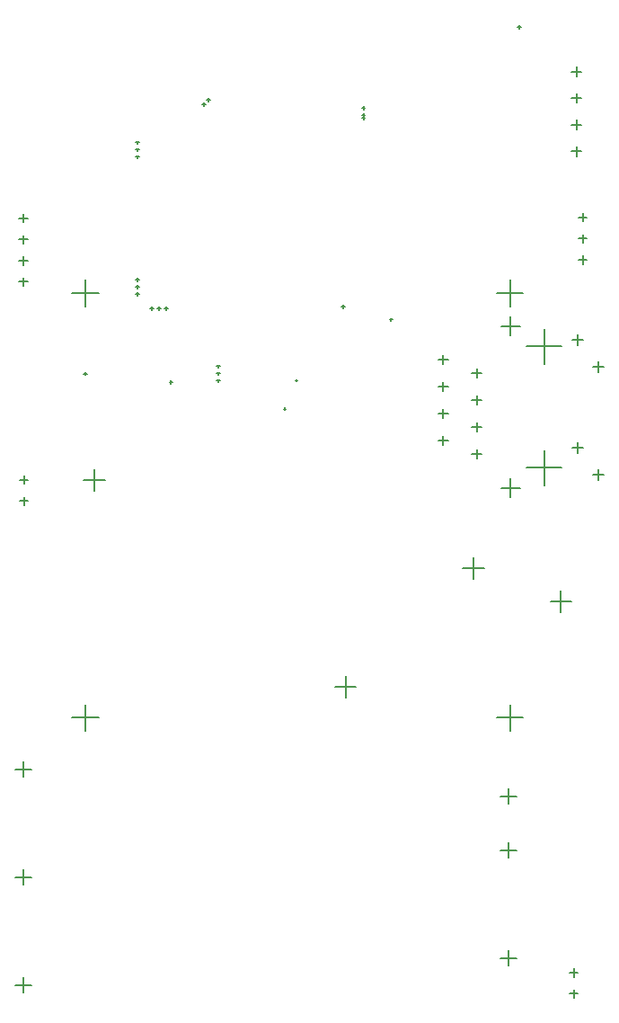
<source format=gbr>
%TF.GenerationSoftware,Altium Limited,Altium Designer,20.1.12 (249)*%
G04 Layer_Color=128*
%FSLAX45Y45*%
%MOMM*%
%TF.SameCoordinates,0418086A-757F-42B6-A3B9-695331E80F4B*%
%TF.FilePolarity,Positive*%
%TF.FileFunction,Drillmap*%
%TF.Part,Single*%
G01*
G75*
%TA.AperFunction,NonConductor*%
%ADD138C,0.12700*%
D138*
X372501Y7504999D02*
X452501D01*
X412501Y7464999D02*
Y7544999D01*
X372501Y7704999D02*
X452501D01*
X412501Y7664999D02*
Y7744998D01*
X372501Y7304999D02*
X452501D01*
X412501Y7264999D02*
Y7344999D01*
X372501Y7105000D02*
X452501D01*
X412501Y7065000D02*
Y7145000D01*
X5559999Y599999D02*
X5639999D01*
X5599999Y559999D02*
Y639999D01*
X5559999Y399999D02*
X5639999D01*
X5599999Y359999D02*
Y439999D01*
X5645003Y7712502D02*
X5725003D01*
X5685003Y7672502D02*
Y7752502D01*
X5645003Y7312497D02*
X5725003D01*
X5685003Y7272498D02*
Y7352497D01*
X5645003Y7512502D02*
X5725003D01*
X5685003Y7472502D02*
Y7552502D01*
X4875000Y2999999D02*
X5125000D01*
X5000000Y2874999D02*
Y3124999D01*
X874998Y2999999D02*
X1124998D01*
X999998Y2874999D02*
Y3124999D01*
X4875000Y7000001D02*
X5125000D01*
X5000000Y6875001D02*
Y7125001D01*
X874998Y7000001D02*
X1124998D01*
X999998Y6875001D02*
Y7125001D01*
X4915309Y6689400D02*
X5095309D01*
X5005309Y6599400D02*
Y6779400D01*
X4915309Y5165400D02*
X5095309D01*
X5005309Y5075400D02*
Y5255400D01*
X4642809Y5736900D02*
X4732809D01*
X4687809Y5691900D02*
Y5781900D01*
X4325309Y6117900D02*
X4415309D01*
X4370309Y6072900D02*
Y6162900D01*
X379999Y5040000D02*
X459999D01*
X419999Y5000000D02*
Y5080000D01*
X379999Y5240000D02*
X459999D01*
X419999Y5200000D02*
Y5280000D01*
X5582502Y8585002D02*
X5672502D01*
X5627502Y8540002D02*
Y8630002D01*
X5582502Y8834999D02*
X5672502D01*
X5627502Y8789999D02*
Y8879999D01*
X5582502Y9085001D02*
X5672502D01*
X5627502Y9040001D02*
Y9130001D01*
X5582502Y8335000D02*
X5672502D01*
X5627502Y8290000D02*
Y8380000D01*
X4325309Y6371900D02*
X4415309D01*
X4370309Y6326900D02*
Y6416900D01*
X4642809Y5482900D02*
X4732809D01*
X4687809Y5437900D02*
Y5527900D01*
X4642809Y6244900D02*
X4732809D01*
X4687809Y6199900D02*
Y6289900D01*
X4325309Y5609900D02*
X4415309D01*
X4370309Y5564900D02*
Y5654900D01*
X4325309Y5863900D02*
X4415309D01*
X4370309Y5818900D02*
Y5908900D01*
X4642809Y5990900D02*
X4732809D01*
X4687809Y5945900D02*
Y6035900D01*
X5157809Y5355900D02*
X5487809D01*
X5322809Y5190900D02*
Y5520900D01*
X5157809Y6498900D02*
X5487809D01*
X5322809Y6333900D02*
Y6663900D01*
X5589309Y5546400D02*
X5691309D01*
X5640309Y5495400D02*
Y5597400D01*
X5589309Y6562400D02*
X5691309D01*
X5640309Y6511400D02*
Y6613400D01*
X5779809Y5292400D02*
X5881809D01*
X5830809Y5241400D02*
Y5343400D01*
X5779809Y6308400D02*
X5881809D01*
X5830809Y6257400D02*
Y6359400D01*
X339000Y2516002D02*
X489000D01*
X414000Y2441002D02*
Y2591002D01*
X339000Y484002D02*
X489000D01*
X414000Y409002D02*
Y559002D01*
X339000Y1500002D02*
X489000D01*
X414000Y1425002D02*
Y1575002D01*
X4911000Y738002D02*
X5061000D01*
X4986000Y663002D02*
Y813002D01*
X4911000Y2262002D02*
X5061000D01*
X4986000Y2187002D02*
Y2337002D01*
X4911000Y1754002D02*
X5061000D01*
X4986000Y1679002D02*
Y1829002D01*
X5072620Y9507220D02*
X5102620D01*
X5087620Y9492220D02*
Y9522220D01*
X984998Y6239998D02*
X1014998D01*
X999998Y6224998D02*
Y6254998D01*
X1475000Y8350001D02*
X1505000D01*
X1490000Y8335001D02*
Y8365001D01*
X1475000Y8417499D02*
X1505000D01*
X1490000Y8402499D02*
Y8432499D01*
X2142486Y8819987D02*
X2172486D01*
X2157486Y8804987D02*
Y8834987D01*
X3604998Y8647501D02*
X3634998D01*
X3619998Y8632501D02*
Y8662501D01*
X2237503Y6174999D02*
X2267502D01*
X2252502Y6159999D02*
Y6189999D01*
X2237503Y6310000D02*
X2267502D01*
X2252502Y6295000D02*
Y6325000D01*
X2237503Y6242502D02*
X2267502D01*
X2252502Y6227502D02*
Y6257502D01*
X1745002Y6857502D02*
X1775002D01*
X1760002Y6842502D02*
Y6872502D01*
X2980002Y6179998D02*
X3000002D01*
X2990002Y6169998D02*
Y6189998D01*
X2869999Y5910001D02*
X2889999D01*
X2879999Y5900001D02*
Y5920001D01*
X3415001Y6869999D02*
X3445001D01*
X3430001Y6854999D02*
Y6884999D01*
X983884Y5238181D02*
X1183884D01*
X1083884Y5138181D02*
Y5338181D01*
X4553879Y4408180D02*
X4753879D01*
X4653879Y4308180D02*
Y4508180D01*
X3350001Y3290001D02*
X3550001D01*
X3450001Y3190001D02*
Y3390001D01*
X5380497Y4092986D02*
X5580497D01*
X5480497Y3992986D02*
Y4192987D01*
X1475000Y7127499D02*
X1505000D01*
X1490000Y7112499D02*
Y7142499D01*
X1475000Y7060001D02*
X1505000D01*
X1490000Y7045001D02*
Y7075001D01*
X1475000Y6992498D02*
X1505000D01*
X1490000Y6977498D02*
Y7007498D01*
X1475000Y8282498D02*
X1505000D01*
X1490000Y8267498D02*
Y8297498D01*
X3865002Y6749999D02*
X3895002D01*
X3880002Y6734999D02*
Y6764999D01*
X1610001Y6857502D02*
X1640001D01*
X1625001Y6842502D02*
Y6872502D01*
X1677499Y6857502D02*
X1707498D01*
X1692499Y6842502D02*
Y6872502D01*
X3604998Y8745002D02*
X3634998D01*
X3619998Y8730002D02*
Y8760002D01*
X3604998Y8677499D02*
X3634998D01*
X3619998Y8662499D02*
Y8692498D01*
X2102502Y8777498D02*
X2132501D01*
X2117501Y8762498D02*
Y8792498D01*
X1790000Y6159998D02*
X1820000D01*
X1805000Y6144998D02*
Y6174998D01*
%TF.MD5,0a37df34324c6b85e8477eb053b02348*%
M02*

</source>
